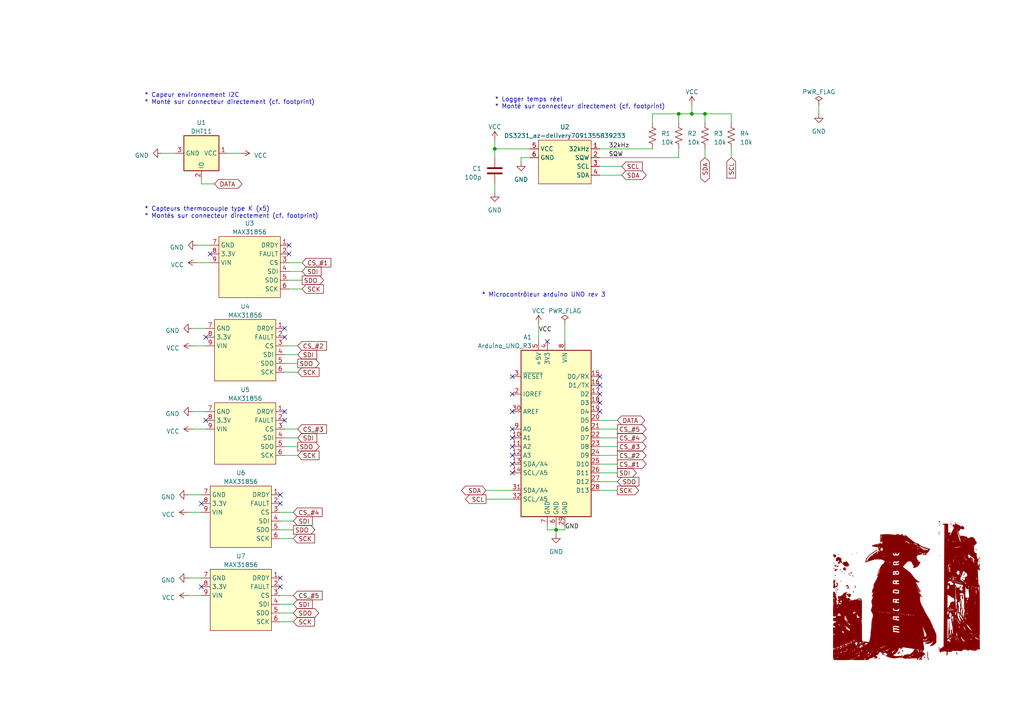
<source format=kicad_sch>
(kicad_sch (version 20230121) (generator eeschema)
  (paper "A4")
  (title_block (title "PCB_UNO_vers_multiTemp") (date "26/04/2023") (rev "1.0") (company "DM"))
  (lib_symbols
    (symbol "Device:C" (pin_numbers hide) (pin_names (offset 0.254))
      (property "Reference" "C" (at 0.635 2.54 0))
      (property "Value" "C" (at 0.635 -2.54 0))
      (symbol "C_1_1"
        (pin passive line (at 0 3.81 270) (length 2.794) (name "~") (number "1"))
        (pin passive line (at 0 -3.81 90) (length 2.794) (name "~") (number "2"))
      )
    )
    (symbol "Device:R_US" (pin_numbers hide) (pin_names (offset 0))
      (property "Reference" "R" (at 2.54 0 90))
      (property "Value" "R_US" (at -2.54 0 90))
      (symbol "R_US_1_1"
        (pin passive line (at 0 3.81 270) (length 1.27) (name "~") (number "1"))
        (pin passive line (at 0 -3.81 90) (length 1.27) (name "~") (number "2"))
      )
    )
    (symbol "MCU_Module:Arduino_UNO_R3"
      (property "Reference" "A" (at -10.16 23.495 0))
      (property "Value" "Arduino_UNO_R3" (at 5.08 -26.67 0))
      (symbol "Arduino_UNO_R3_1_1"
        (pin no_connect line (at -10.16 -20.32 0) (length 2.54) hide (name "NC") (number "1"))
        (pin bidirectional line (at 12.7 -2.54 180) (length 2.54) (name "A1") (number "10"))
        (pin bidirectional line (at 12.7 -5.08 180) (length 2.54) (name "A2") (number "11"))
        (pin bidirectional line (at 12.7 -7.62 180) (length 2.54) (name "A3") (number "12"))
        (pin bidirectional line (at 12.7 -10.16 180) (length 2.54) (name "SDA/A4") (number "13"))
        (pin bidirectional line (at 12.7 -12.7 180) (length 2.54) (name "SCL/A5") (number "14"))
        (pin bidirectional line (at -12.7 15.24 0) (length 2.54) (name "D0/RX") (number "15"))
        (pin bidirectional line (at -12.7 12.7 0) (length 2.54) (name "D1/TX") (number "16"))
        (pin bidirectional line (at -12.7 10.16 0) (length 2.54) (name "D2") (number "17"))
        (pin bidirectional line (at -12.7 7.62 0) (length 2.54) (name "D3") (number "18"))
        (pin bidirectional line (at -12.7 5.08 0) (length 2.54) (name "D4") (number "19"))
        (pin output line (at 12.7 10.16 180) (length 2.54) (name "IOREF") (number "2"))
        (pin bidirectional line (at -12.7 2.54 0) (length 2.54) (name "D5") (number "20"))
        (pin bidirectional line (at -12.7 0 0) (length 2.54) (name "D6") (number "21"))
        (pin bidirectional line (at -12.7 -2.54 0) (length 2.54) (name "D7") (number "22"))
        (pin bidirectional line (at -12.7 -5.08 0) (length 2.54) (name "D8") (number "23"))
        (pin bidirectional line (at -12.7 -7.62 0) (length 2.54) (name "D9") (number "24"))
        (pin bidirectional line (at -12.7 -10.16 0) (length 2.54) (name "D10") (number "25"))
        (pin bidirectional line (at -12.7 -12.7 0) (length 2.54) (name "D11") (number "26"))
        (pin bidirectional line (at -12.7 -15.24 0) (length 2.54) (name "D12") (number "27"))
        (pin bidirectional line (at -12.7 -17.78 0) (length 2.54) (name "D13") (number "28"))
        (pin power_in line (at -2.54 -27.94 90) (length 2.54) (name "GND") (number "29"))
        (pin input line (at 12.7 15.24 180) (length 2.54) (name "~{RESET}") (number "3"))
        (pin input line (at 12.7 5.08 180) (length 2.54) (name "AREF") (number "30"))
        (pin bidirectional line (at 12.7 -17.78 180) (length 2.54) (name "SDA/A4") (number "31"))
        (pin bidirectional line (at 12.7 -20.32 180) (length 2.54) (name "SCL/A5") (number "32"))
        (pin power_out line (at 2.54 25.4 270) (length 2.54) (name "3V3") (number "4"))
        (pin power_out line (at 5.08 25.4 270) (length 2.54) (name "+5V") (number "5"))
        (pin power_in line (at 0 -27.94 90) (length 2.54) (name "GND") (number "6"))
        (pin power_in line (at 2.54 -27.94 90) (length 2.54) (name "GND") (number "7"))
        (pin power_in line (at -2.54 25.4 270) (length 2.54) (name "VIN") (number "8"))
        (pin bidirectional line (at 12.7 0 180) (length 2.54) (name "A0") (number "9"))
      )
    )
    (symbol "MesSymboles:DHT11_surPBC1x3"
      (property "Reference" "U" (at -3.81 6.35 0))
      (property "Value" "DHT11" (at 3.81 6.35 0))
      (symbol "DHT11_surPBC1x3_1_1"
        (pin power_in line (at 0 7.62 270) (length 2.54) (name "VCC") (number "1"))
        (pin bidirectional line (at 7.62 0 180) (length 2.54) (name "IO") (number "2"))
        (pin power_in line (at 0 -7.62 90) (length 2.54) (name "GND") (number "3"))
      )
    )
    (symbol "MesSymboles:DS3231"
      (property "Reference" "U" (at 0 7.62 0))
      (property "Value" "DS3231_az-delivery7091355839233" (at 0 -8.89 0))
      (symbol "DS3231_1_1"
        (pin output line (at -10.16 2.54 0) (length 2.54) (name "32kHz") (number "1"))
        (pin output line (at -10.16 0 0) (length 2.54) (name "SQW") (number "2"))
        (pin input line (at -10.16 -2.54 0) (length 2.54) (name "SCL") (number "3"))
        (pin input line (at -10.16 -5.08 0) (length 2.54) (name "SDA") (number "4"))
        (pin power_in line (at 10.16 2.54 180) (length 2.54) (name "VCC") (number "5"))
        (pin power_in line (at 10.16 0 180) (length 2.54) (name "GND") (number "6"))
      )
    )
    (symbol "MesSymboles:MAX31856"
      (property "Reference" "U" (at -8.89 10.16 0))
      (property "Value" "MAX31856_adafruit3263" (at 0 -10.16 0))
      (symbol "MAX31856_1_1"
        (pin input line (at -11.43 6.35 0) (length 2.54) (name "DRDY") (number "1"))
        (pin output line (at -11.43 3.81 0) (length 2.54) (name "FAULT") (number "2"))
        (pin input line (at -11.43 1.27 0) (length 2.54) (name "CS") (number "3"))
        (pin input line (at -11.43 -1.27 0) (length 2.54) (name "SDI") (number "4"))
        (pin bidirectional line (at -11.43 -3.81 0) (length 2.54) (name "SDO") (number "5"))
        (pin input line (at -11.43 -6.35 0) (length 2.54) (name "SCK") (number "6"))
        (pin power_in line (at 11.43 6.35 180) (length 2.54) (name "GND") (number "7"))
        (pin power_out line (at 11.43 3.81 180) (length 2.54) (name "3.3V") (number "8"))
        (pin power_in line (at 11.43 1.27 180) (length 2.54) (name "VIN") (number "9"))
      )
    )
    (symbol "logo_test:LOGO" (pin_names (offset 1.016)))
    (symbol "power:GND" (power) (pin_names (offset 0))
      (property "Value" "GND" (at 0 -3.81 0))
      (symbol "GND_1_1"
        (pin power_in line (at 0 0 270) (length 0) hide (name "GND") (number "1"))
      )
    )
    (symbol "power:PWR_FLAG" (power) (pin_numbers hide) (pin_names (offset 0) hide)
      (property "Value" "PWR_FLAG" (at 0 3.81 0))
      (symbol "PWR_FLAG_0_0"
        (pin power_out line (at 0 0 90) (length 0) (name "pwr") (number "1"))
      )
    )
    (symbol "power:VCC" (power) (pin_names (offset 0))
      (property "Value" "VCC" (at 0 3.81 0))
      (symbol "VCC_1_1"
        (pin power_in line (at 0 0 90) (length 0) hide (name "VCC") (number "1"))
      )
    )
  )
  (junction (at 200.66 33.02))
  (junction (at 143.51 43.18))
  (junction (at 204.47 33.02))
  (junction (at 196.85 33.02))
  (junction (at 161.29 153.67))
  (no_connect (at 173.99 114.3))
  (no_connect (at 81.28 146.05))
  (no_connect (at 158.75 99.06))
  (no_connect (at 148.59 114.3))
  (no_connect (at 173.99 119.38))
  (no_connect (at 148.59 124.46))
  (no_connect (at 81.28 167.64))
  (no_connect (at 148.59 137.16))
  (no_connect (at 173.99 109.22))
  (no_connect (at 83.82 73.66))
  (no_connect (at 59.69 121.92))
  (no_connect (at 59.69 97.79))
  (no_connect (at 173.99 111.76))
  (no_connect (at 148.59 119.38))
  (no_connect (at 148.59 127))
  (no_connect (at 148.59 129.54))
  (no_connect (at 82.55 97.79))
  (no_connect (at 173.99 116.84))
  (no_connect (at 60.96 73.66))
  (no_connect (at 148.59 132.08))
  (no_connect (at 58.42 146.05))
  (no_connect (at 148.59 134.62))
  (no_connect (at 83.82 71.12))
  (no_connect (at 82.55 119.38))
  (no_connect (at 82.55 121.92))
  (no_connect (at 58.42 170.18))
  (no_connect (at 82.55 95.25))
  (no_connect (at 81.28 170.18))
  (no_connect (at 81.28 143.51))
  (no_connect (at 148.59 109.22))
  (wire (pts (xy 81.28 177.8) (xy 85.09 177.8)))
  (wire (pts (xy 163.83 93.98) (xy 163.83 99.06)))
  (wire (pts (xy 59.69 124.46) (xy 55.88 124.46)))
  (wire (pts (xy 58.42 148.59) (xy 54.61 148.59)))
  (wire (pts (xy 62.23 53.34) (xy 58.42 53.34)))
  (wire (pts (xy 82.55 100.33) (xy 86.36 100.33)))
  (wire (pts (xy 81.28 180.34) (xy 85.09 180.34)))
  (wire (pts (xy 212.09 33.02) (xy 204.47 33.02)))
  (wire (pts (xy 158.75 153.67) (xy 161.29 153.67)))
  (wire (pts (xy 59.69 95.25) (xy 55.88 95.25)))
  (wire (pts (xy 81.28 175.26) (xy 85.09 175.26)))
  (wire (pts (xy 196.85 33.02) (xy 196.85 35.56)))
  (wire (pts (xy 173.99 45.72) (xy 196.85 45.72)))
  (wire (pts (xy 204.47 43.18) (xy 204.47 45.72)))
  (wire (pts (xy 82.55 107.95) (xy 86.36 107.95)))
  (wire (pts (xy 81.28 151.13) (xy 85.09 151.13)))
  (wire (pts (xy 151.13 45.72) (xy 153.67 45.72)))
  (wire (pts (xy 237.49 30.48) (xy 237.49 33.02)))
  (wire (pts (xy 82.55 124.46) (xy 86.36 124.46)))
  (wire (pts (xy 81.28 148.59) (xy 85.09 148.59)))
  (wire (pts (xy 173.99 142.24) (xy 179.07 142.24)))
  (wire (pts (xy 173.99 134.62) (xy 179.07 134.62)))
  (wire (pts (xy 173.99 129.54) (xy 179.07 129.54)))
  (wire (pts (xy 189.23 33.02) (xy 196.85 33.02)))
  (wire (pts (xy 83.82 83.82) (xy 87.63 83.82)))
  (wire (pts (xy 83.82 81.28) (xy 87.63 81.28)))
  (wire (pts (xy 83.82 76.2) (xy 87.63 76.2)))
  (wire (pts (xy 173.99 50.8) (xy 180.34 50.8)))
  (wire (pts (xy 50.8 44.45) (xy 46.99 44.45)))
  (wire (pts (xy 58.42 172.72) (xy 54.61 172.72)))
  (wire (pts (xy 60.96 76.2) (xy 57.15 76.2)))
  (wire (pts (xy 143.51 53.34) (xy 143.51 55.88)))
  (wire (pts (xy 140.97 144.78) (xy 148.59 144.78)))
  (wire (pts (xy 196.85 33.02) (xy 200.66 33.02)))
  (wire (pts (xy 151.13 46.99) (xy 151.13 45.72)))
  (wire (pts (xy 173.99 48.26) (xy 180.34 48.26)))
  (wire (pts (xy 58.42 53.34) (xy 58.42 52.07)))
  (wire (pts (xy 69.85 44.45) (xy 66.04 44.45)))
  (wire (pts (xy 60.96 71.12) (xy 57.15 71.12)))
  (wire (pts (xy 143.51 40.64) (xy 143.51 43.18)))
  (wire (pts (xy 173.99 121.92) (xy 179.07 121.92)))
  (wire (pts (xy 204.47 33.02) (xy 200.66 33.02)))
  (wire (pts (xy 212.09 35.56) (xy 212.09 33.02)))
  (wire (pts (xy 59.69 119.38) (xy 55.88 119.38)))
  (wire (pts (xy 82.55 129.54) (xy 86.36 129.54)))
  (wire (pts (xy 58.42 167.64) (xy 54.61 167.64)))
  (wire (pts (xy 81.28 153.67) (xy 85.09 153.67)))
  (wire (pts (xy 81.28 156.21) (xy 85.09 156.21)))
  (wire (pts (xy 173.99 124.46) (xy 179.07 124.46)))
  (wire (pts (xy 82.55 132.08) (xy 86.36 132.08)))
  (wire (pts (xy 83.82 78.74) (xy 87.63 78.74)))
  (wire (pts (xy 82.55 127) (xy 86.36 127)))
  (wire (pts (xy 173.99 132.08) (xy 179.07 132.08)))
  (wire (pts (xy 81.28 172.72) (xy 85.09 172.72)))
  (wire (pts (xy 58.42 143.51) (xy 54.61 143.51)))
  (wire (pts (xy 161.29 152.4) (xy 161.29 153.67)))
  (wire (pts (xy 140.97 142.24) (xy 148.59 142.24)))
  (wire (pts (xy 173.99 43.18) (xy 189.23 43.18)))
  (wire (pts (xy 173.99 137.16) (xy 179.07 137.16)))
  (wire (pts (xy 82.55 102.87) (xy 86.36 102.87)))
  (wire (pts (xy 143.51 43.18) (xy 143.51 45.72)))
  (wire (pts (xy 143.51 43.18) (xy 153.67 43.18)))
  (wire (pts (xy 204.47 35.56) (xy 204.47 33.02)))
  (wire (pts (xy 59.69 100.33) (xy 55.88 100.33)))
  (wire (pts (xy 163.83 153.67) (xy 161.29 153.67)))
  (wire (pts (xy 82.55 105.41) (xy 86.36 105.41)))
  (wire (pts (xy 196.85 45.72) (xy 196.85 43.18)))
  (wire (pts (xy 173.99 127) (xy 179.07 127)))
  (wire (pts (xy 158.75 152.4) (xy 158.75 153.67)))
  (wire (pts (xy 156.21 93.98) (xy 156.21 99.06)))
  (wire (pts (xy 200.66 33.02) (xy 200.66 30.48)))
  (wire (pts (xy 163.83 152.4) (xy 163.83 153.67)))
  (wire (pts (xy 189.23 35.56) (xy 189.23 33.02)))
  (wire (pts (xy 173.99 139.7) (xy 179.07 139.7)))
  (wire (pts (xy 212.09 45.72) (xy 212.09 43.18)))
  (wire (pts (xy 161.29 153.67) (xy 161.29 154.94)))
  (text "* Logger temps réel\n* Monté sur connecteur directement (cf. footprint)" (at 143.51 31.75 0) (effects (font (size 1.27 1.27)) (justify left bottom)))
  (text "* Microcontrôleur arduino UNO rev 3" (at 139.7 86.36 0) (effects (font (size 1.27 1.27)) (justify left bottom)))
  (text "* Capteurs thermocouple type K (x5)\n* Montés sur connecteur directement (cf. footprint)" (at 41.91 63.5 0) (effects (font (size 1.27 1.27)) (justify left bottom)))
  (text "* Capeur environnement I2C\n* Monté sur connecteur directement (cf. footprint)" (at 41.91 30.48 0) (effects (font (size 1.27 1.27)) (justify left bottom)))
  (label "32kHz" (at 176.53 43.18 0))
  (label "SQW" (at 176.53 45.72 0))
  (label "VCC" (at 156.21 96.52 0))
  (label "GND" (at 163.83 153.67 0))
  (global_label "SCK" (shape input) (at 87.63 83.82 0) (property "Intersheetrefs" "${INTERSHEET_REFS}" (effects hide)))
  (global_label "SDO" (shape output) (at 87.63 81.28 0) (property "Intersheetrefs" "${INTERSHEET_REFS}" (effects hide)))
  (global_label "SDO" (shape bidirectional) (at 85.09 177.8 0) (property "Intersheetrefs" "${INTERSHEET_REFS}" (effects hide)))
  (global_label "SDA" (shape bidirectional) (at 140.97 142.24 180) (property "Intersheetrefs" "${INTERSHEET_REFS}" (effects hide)))
  (global_label "SDO" (shape output) (at 85.09 153.67 0) (property "Intersheetrefs" "${INTERSHEET_REFS}" (effects hide)))
  (global_label "SCL" (shape input) (at 180.34 48.26 0) (property "Intersheetrefs" "${INTERSHEET_REFS}" (effects hide)))
  (global_label "SDI" (shape input) (at 85.09 151.13 0) (property "Intersheetrefs" "${INTERSHEET_REFS}" (effects hide)))
  (global_label "DATA" (shape bidirectional) (at 179.07 121.92 0) (property "Intersheetrefs" "${INTERSHEET_REFS}" (effects hide)))
  (global_label "CS_#2" (shape input) (at 86.36 100.33 0) (property "Intersheetrefs" "${INTERSHEET_REFS}" (effects hide)))
  (global_label "SCK" (shape output) (at 179.07 142.24 0) (property "Intersheetrefs" "${INTERSHEET_REFS}" (effects hide)))
  (global_label "SDI" (shape output) (at 179.07 137.16 0) (property "Intersheetrefs" "${INTERSHEET_REFS}" (effects hide)))
  (global_label "SDO" (shape output) (at 86.36 129.54 0) (property "Intersheetrefs" "${INTERSHEET_REFS}" (effects hide)))
  (global_label "CS_#3" (shape output) (at 179.07 129.54 0) (property "Intersheetrefs" "${INTERSHEET_REFS}" (effects hide)))
  (global_label "SDO" (shape input) (at 179.07 139.7 0) (property "Intersheetrefs" "${INTERSHEET_REFS}" (effects hide)))
  (global_label "SDI" (shape input) (at 87.63 78.74 0) (property "Intersheetrefs" "${INTERSHEET_REFS}" (effects hide)))
  (global_label "CS_#3" (shape input) (at 86.36 124.46 0) (property "Intersheetrefs" "${INTERSHEET_REFS}" (effects hide)))
  (global_label "DATA" (shape bidirectional) (at 62.23 53.34 0) (property "Intersheetrefs" "${INTERSHEET_REFS}" (effects hide)))
  (global_label "CS_#4" (shape input) (at 85.09 148.59 0) (property "Intersheetrefs" "${INTERSHEET_REFS}" (effects hide)))
  (global_label "CS_#5" (shape input) (at 85.09 172.72 0) (property "Intersheetrefs" "${INTERSHEET_REFS}" (effects hide)))
  (global_label "CS_#2" (shape output) (at 179.07 132.08 0) (property "Intersheetrefs" "${INTERSHEET_REFS}" (effects hide)))
  (global_label "CS_#1" (shape output) (at 179.07 134.62 0) (property "Intersheetrefs" "${INTERSHEET_REFS}" (effects hide)))
  (global_label "SDI" (shape input) (at 85.09 175.26 0) (property "Intersheetrefs" "${INTERSHEET_REFS}" (effects hide)))
  (global_label "CS_#5" (shape output) (at 179.07 124.46 0) (property "Intersheetrefs" "${INTERSHEET_REFS}" (effects hide)))
  (global_label "SCL" (shape output) (at 140.97 144.78 180) (property "Intersheetrefs" "${INTERSHEET_REFS}" (effects hide)))
  (global_label "SDI" (shape input) (at 86.36 102.87 0) (property "Intersheetrefs" "${INTERSHEET_REFS}" (effects hide)))
  (global_label "SDA" (shape bidirectional) (at 204.47 45.72 270) (property "Intersheetrefs" "${INTERSHEET_REFS}" (effects hide)))
  (global_label "SCK" (shape input) (at 86.36 107.95 0) (property "Intersheetrefs" "${INTERSHEET_REFS}" (effects hide)))
  (global_label "SDI" (shape input) (at 86.36 127 0) (property "Intersheetrefs" "${INTERSHEET_REFS}" (effects hide)))
  (global_label "SCL" (shape input) (at 212.09 45.72 270) (property "Intersheetrefs" "${INTERSHEET_REFS}" (effects hide)))
  (global_label "SCK" (shape input) (at 86.36 132.08 0) (property "Intersheetrefs" "${INTERSHEET_REFS}" (effects hide)))
  (global_label "CS_#1" (shape input) (at 87.63 76.2 0) (property "Intersheetrefs" "${INTERSHEET_REFS}" (effects hide)))
  (global_label "CS_#4" (shape output) (at 179.07 127 0) (property "Intersheetrefs" "${INTERSHEET_REFS}" (effects hide)))
  (global_label "SCK" (shape input) (at 85.09 180.34 0) (property "Intersheetrefs" "${INTERSHEET_REFS}" (effects hide)))
  (global_label "SCK" (shape input) (at 85.09 156.21 0) (property "Intersheetrefs" "${INTERSHEET_REFS}" (effects hide)))
  (global_label "SDO" (shape output) (at 86.36 105.41 0) (property "Intersheetrefs" "${INTERSHEET_REFS}" (effects hide)))
  (global_label "SDA" (shape bidirectional) (at 180.34 50.8 0) (property "Intersheetrefs" "${INTERSHEET_REFS}" (effects hide)))
  (symbol (lib_id "power:GND") (at 55.88 119.38 270) (mirror x) (unit 1)
    (property "Reference" "#PWR013" (effects hide))
    (property "Value" "GND" (at 52.07 120.015 90) (effects (justify right)))
  )
  (symbol (lib_id "power:VCC") (at 200.66 30.48 0) (mirror y) (unit 1)
    (property "Reference" "#PWR01" (effects hide))
    (property "Value" "VCC" (at 200.66 26.67 0))
  )
  (symbol (lib_id "power:PWR_FLAG") (at 237.49 30.48 0) (unit 1)
    (property "Reference" "#FLG01" (effects hide))
    (property "Value" "PWR_FLAG" (at 237.49 26.67 0))
  )
  (symbol (lib_id "MesSymboles:DS3231") (at 163.83 45.72 0) (mirror y) (unit 1)
    (property "Reference" "U2" (at 163.83 36.83 0))
    (property "Value" "DS3231_az-delivery7091355839233" (at 163.83 39.37 0))
    (property "Footprint" "Connector_PinSocket_2.54mm:PinSocket_1x06_P2.54mm_Vertical" (effects hide))
    (property "Datasheet" "https://m.media-amazon.com/images/I/C1i+9NOzn8S.pdf" (effects hide))
  )
  (symbol (lib_id "MesSymboles:DHT11_surPBC1x3") (at 58.42 44.45 270) (unit 1)
    (property "Reference" "U1" (at 58.42 35.56 90))
    (property "Value" "DHT11" (at 58.42 38.1 90))
    (property "Footprint" "Connector_PinSocket_2.54mm:PinSocket_1x03_P2.54mm_Vertical" (effects hide))
    (property "Datasheet" "http://akizukidenshi.com/download/ds/aosong/DHT11.pdf" (effects hide))
  )
  (symbol (lib_id "power:VCC") (at 54.61 172.72 90) (mirror x) (unit 1)
    (property "Reference" "#PWR019" (effects hide))
    (property "Value" "VCC" (at 50.8 173.355 90) (effects (justify left)))
  )
  (symbol (lib_id "power:VCC") (at 54.61 148.59 90) (mirror x) (unit 1)
    (property "Reference" "#PWR016" (effects hide))
    (property "Value" "VCC" (at 50.8 149.225 90) (effects (justify left)))
  )
  (symbol (lib_id "power:VCC") (at 156.21 93.98 0) (mirror y) (unit 1)
    (property "Reference" "#PWR010" (effects hide))
    (property "Value" "VCC" (at 156.21 90.17 0))
  )
  (symbol (lib_id "power:VCC") (at 143.51 40.64 0) (mirror y) (unit 1)
    (property "Reference" "#PWR03" (effects hide))
    (property "Value" "VCC" (at 143.51 36.83 0))
  )
  (symbol (lib_id "MesSymboles:MAX31856") (at 69.85 149.86 0) (mirror y) (unit 1)
    (property "Reference" "U6" (at 69.85 137.16 0))
    (property "Value" "MAX31856" (at 69.85 139.7 0))
    (property "Footprint" "Connector_PinSocket_2.54mm:PinSocket_1x09_P2.54mm_Vertical" (effects hide))
    (property "Datasheet" "https://learn.adafruit.com/adafruit-max31856-thermocouple-amplifier" (effects hide))
  )
  (symbol (lib_id "power:GND") (at 143.51 55.88 0) (mirror y) (unit 1)
    (property "Reference" "#PWR07" (effects hide))
    (property "Value" "GND" (at 143.51 60.96 0))
  )
  (symbol (lib_id "MesSymboles:MAX31856") (at 69.85 173.99 0) (mirror y) (unit 1)
    (property "Reference" "U7" (at 69.85 161.29 0))
    (property "Value" "MAX31856" (at 69.85 163.83 0))
    (property "Footprint" "Connector_PinSocket_2.54mm:PinSocket_1x09_P2.54mm_Vertical" (effects hide))
    (property "Datasheet" "https://learn.adafruit.com/adafruit-max31856-thermocouple-amplifier" (effects hide))
  )
  (symbol (lib_id "power:GND") (at 57.15 71.12 270) (mirror x) (unit 1)
    (property "Reference" "#PWR08" (effects hide))
    (property "Value" "GND" (at 53.34 71.755 90) (effects (justify right)))
  )
  (symbol (lib_id "MesSymboles:MAX31856") (at 71.12 125.73 0) (mirror y) (unit 1)
    (property "Reference" "U5" (at 71.12 113.03 0))
    (property "Value" "MAX31856" (at 71.12 115.57 0))
    (property "Footprint" "Connector_PinSocket_2.54mm:PinSocket_1x09_P2.54mm_Vertical" (effects hide))
    (property "Datasheet" "https://learn.adafruit.com/adafruit-max31856-thermocouple-amplifier" (effects hide))
  )
  (symbol (lib_id "power:VCC") (at 57.15 76.2 90) (mirror x) (unit 1)
    (property "Reference" "#PWR09" (effects hide))
    (property "Value" "VCC" (at 53.34 76.835 90) (effects (justify left)))
  )
  (symbol (lib_id "power:GND") (at 151.13 46.99 0) (mirror y) (unit 1)
    (property "Reference" "#PWR06" (effects hide))
    (property "Value" "GND" (at 151.13 52.07 0))
  )
  (symbol (lib_id "Device:R_US") (at 196.85 39.37 0) (unit 1)
    (property "Reference" "R2" (at 199.39 38.735 0) (effects (justify left)))
    (property "Value" "10k" (at 199.39 41.275 0) (effects (justify left)))
    (property "Footprint" "Resistor_SMD:R_0805_2012Metric_Pad1.20x1.40mm_HandSolder" (effects hide))
  )
  (symbol (lib_id "power:VCC") (at 55.88 124.46 90) (mirror x) (unit 1)
    (property "Reference" "#PWR014" (effects hide))
    (property "Value" "VCC" (at 52.07 125.095 90) (effects (justify left)))
  )
  (symbol (lib_id "Device:R_US") (at 204.47 39.37 0) (unit 1)
    (property "Reference" "R3" (at 207.01 38.735 0) (effects (justify left)))
    (property "Value" "10k" (at 207.01 41.275 0) (effects (justify left)))
    (property "Footprint" "Resistor_SMD:R_0805_2012Metric_Pad1.20x1.40mm_HandSolder" (effects hide))
  )
  (symbol (lib_id "MesSymboles:MAX31856") (at 72.39 77.47 0) (mirror y) (unit 1)
    (property "Reference" "U3" (at 72.39 64.77 0))
    (property "Value" "MAX31856" (at 72.39 67.31 0))
    (property "Footprint" "Connector_PinSocket_2.54mm:PinSocket_1x09_P2.54mm_Vertical" (effects hide))
    (property "Datasheet" "https://learn.adafruit.com/adafruit-max31856-thermocouple-amplifier" (effects hide))
  )
  (symbol (lib_id "power:VCC") (at 69.85 44.45 270) (mirror x) (unit 1)
    (property "Reference" "#PWR05" (effects hide))
    (property "Value" "VCC" (at 73.66 45.085 90) (effects (justify left)))
  )
  (symbol (lib_id "power:GND") (at 161.29 154.94 0) (mirror y) (unit 1)
    (property "Reference" "#PWR017" (effects hide))
    (property "Value" "GND" (at 161.29 160.02 0))
  )
  (symbol (lib_id "power:GND") (at 237.49 33.02 0) (mirror y) (unit 1)
    (property "Reference" "#PWR02" (effects hide))
    (property "Value" "GND" (at 237.49 38.1 0))
  )
  (symbol (lib_id "logo_test:LOGO") (at 262.89 170.18 0) (unit 1)
    (property "Reference" "#G1" (effects hide))
    (property "Value" "LOGO" (effects hide))
  )
  (symbol (lib_id "power:GND") (at 54.61 143.51 270) (mirror x) (unit 1)
    (property "Reference" "#PWR015" (effects hide))
    (property "Value" "GND" (at 50.8 144.145 90) (effects (justify right)))
  )
  (symbol (lib_id "power:PWR_FLAG") (at 163.83 93.98 0) (unit 1)
    (property "Reference" "#FLG02" (effects hide))
    (property "Value" "PWR_FLAG" (at 163.83 90.17 0))
  )
  (symbol (lib_id "power:GND") (at 55.88 95.25 270) (mirror x) (unit 1)
    (property "Reference" "#PWR011" (effects hide))
    (property "Value" "GND" (at 52.07 95.885 90) (effects (justify right)))
  )
  (symbol (lib_id "MesSymboles:MAX31856") (at 71.12 101.6 0) (mirror y) (unit 1)
    (property "Reference" "U4" (at 71.12 88.9 0))
    (property "Value" "MAX31856" (at 71.12 91.44 0))
    (property "Footprint" "Connector_PinSocket_2.54mm:PinSocket_1x09_P2.54mm_Vertical" (effects hide))
    (property "Datasheet" "https://learn.adafruit.com/adafruit-max31856-thermocouple-amplifier" (effects hide))
  )
  (symbol (lib_id "power:VCC") (at 55.88 100.33 90) (mirror x) (unit 1)
    (property "Reference" "#PWR012" (effects hide))
    (property "Value" "VCC" (at 52.07 100.965 90) (effects (justify left)))
  )
  (symbol (lib_id "MCU_Module:Arduino_UNO_R3") (at 161.29 124.46 0) (mirror y) (unit 1)
    (property "Reference" "A1" (at 154.2541 97.79 0) (effects (justify left)))
    (property "Value" "Arduino_UNO_R3" (at 154.2541 100.33 0) (effects (justify left)))
    (property "Footprint" "MesFootprints:Arduino_UNO_R3_SchieldInterface" (effects hide))
    (property "Datasheet" "https://www.arduino.cc/en/Main/arduinoBoardUno" (effects hide))
  )
  (symbol (lib_id "Device:C") (at 143.51 49.53 0) (mirror y) (unit 1)
    (property "Reference" "C1" (at 139.7 48.895 0) (effects (justify left)))
    (property "Value" "100p" (at 139.7 51.435 0) (effects (justify left)))
    (property "Footprint" "Capacitor_SMD:C_0805_2012Metric_Pad1.18x1.45mm_HandSolder" (effects hide))
  )
  (symbol (lib_id "Device:R_US") (at 212.09 39.37 0) (unit 1)
    (property "Reference" "R4" (at 214.63 38.735 0) (effects (justify left)))
    (property "Value" "10k" (at 214.63 41.275 0) (effects (justify left)))
    (property "Footprint" "Resistor_SMD:R_0805_2012Metric_Pad1.20x1.40mm_HandSolder" (effects hide))
  )
  (symbol (lib_id "power:GND") (at 46.99 44.45 270) (mirror x) (unit 1)
    (property "Reference" "#PWR04" (effects hide))
    (property "Value" "GND" (at 43.18 45.085 90) (effects (justify right)))
  )
  (symbol (lib_id "Device:R_US") (at 189.23 39.37 0) (unit 1)
    (property "Reference" "R1" (at 191.77 38.735 0) (effects (justify left)))
    (property "Value" "10k" (at 191.77 41.275 0) (effects (justify left)))
    (property "Footprint" "Resistor_SMD:R_0805_2012Metric_Pad1.20x1.40mm_HandSolder" (effects hide))
  )
  (symbol (lib_id "power:GND") (at 54.61 167.64 270) (mirror x) (unit 1)
    (property "Reference" "#PWR018" (effects hide))
    (property "Value" "GND" (at 50.8 168.275 90) (effects (justify right)))
  )
)
</source>
